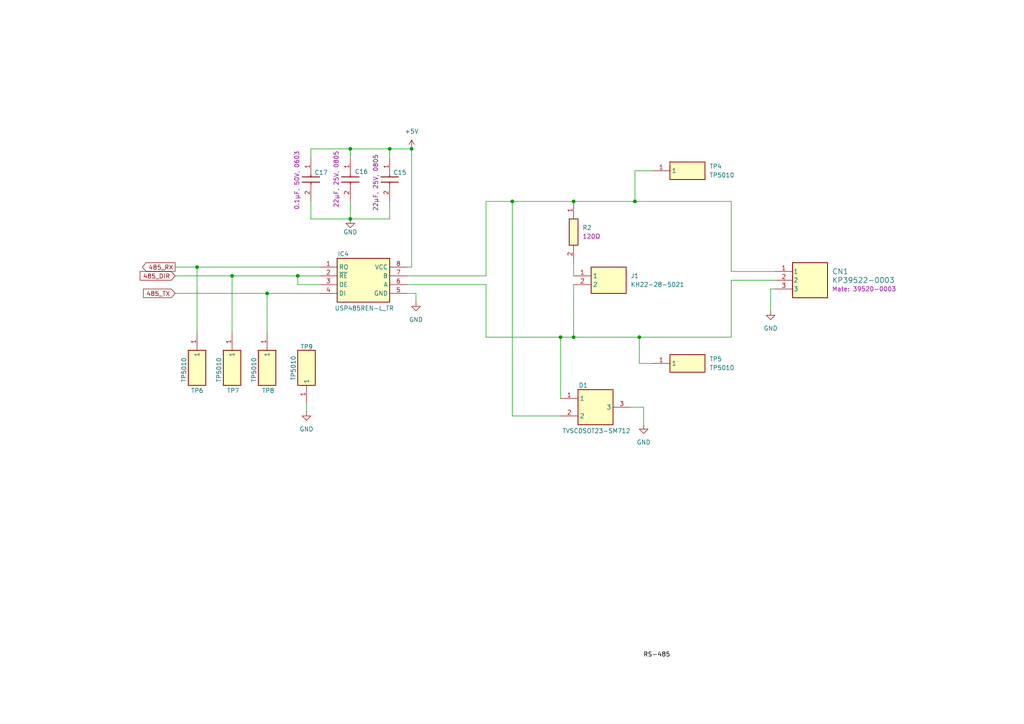
<source format=kicad_sch>
(kicad_sch (version 20250114) (generator "eeschema") (generator_version "9.0")
  (paper "A4")
  (lib_symbols
    (symbol "CC0805226025AABX5R_1" (pin_names (hide yes))
      (property "Reference" "C" (at 4.826 4.572 0))
      (property "Val" "22µF, 25V, 0805" (at 4.826 -4.318 0))
      (symbol "CC0805226025AABX5R_1_1_1"
        (polyline (pts (xy 5.08 0) (xy 5.588 0)) (stroke (width 0.254)))
        (polyline (pts (xy 5.588 2.54) (xy 5.588 -2.54)) (stroke (width 0.254)))
        (polyline (pts (xy 7.112 2.54) (xy 7.112 -2.54)) (stroke (width 0.254)))
        (polyline (pts (xy 7.112 0) (xy 7.62 0)) (stroke (width 0.254)))
        (pin passive line (at 0 0 0) (length 5.08) (name "1") (number "1"))
        (pin passive line (at 12.7 0 180) (length 5.08) (name "2") (number "2"))
      )
    )
    (symbol "COMPONENTS:CC0603104050AAAX7R" (pin_names (hide yes))
      (property "Reference" "C" (at 4.826 4.572 0))
      (property "Val" "0.1µF, 50V, 0603" (at 4.826 -4.318 0))
      (symbol "CC0603104050AAAX7R_1_1"
        (polyline (pts (xy 5.08 0) (xy 5.588 0)) (stroke (width 0.254)))
        (polyline (pts (xy 5.588 2.54) (xy 5.588 -2.54)) (stroke (width 0.254)))
        (polyline (pts (xy 7.112 2.54) (xy 7.112 -2.54)) (stroke (width 0.254)))
        (polyline (pts (xy 7.112 0) (xy 7.62 0)) (stroke (width 0.254)))
        (pin passive line (at 0 0 0) (length 5.08) (name "1") (number "1"))
        (pin passive line (at 12.7 0 180) (length 5.08) (name "2") (number "2"))
      )
    )
    (symbol "COMPONENTS:CC0805226025AABX5R" (pin_names (hide yes))
      (property "Reference" "C" (at 4.826 4.572 0))
      (property "Val" "22µF, 25V, 0805" (at 4.826 -4.318 0))
      (symbol "CC0805226025AABX5R_1_1"
        (polyline (pts (xy 5.08 0) (xy 5.588 0)) (stroke (width 0.254)))
        (polyline (pts (xy 5.588 2.54) (xy 5.588 -2.54)) (stroke (width 0.254)))
        (polyline (pts (xy 7.112 2.54) (xy 7.112 -2.54)) (stroke (width 0.254)))
        (polyline (pts (xy 7.112 0) (xy 7.62 0)) (stroke (width 0.254)))
        (pin passive line (at 0 0 0) (length 5.08) (name "1") (number "1"))
        (pin passive line (at 12.7 0 180) (length 5.08) (name "2") (number "2"))
      )
    )
    (symbol "COMPONENTS:RC0805121150AAB" (pin_names (hide yes))
      (property "Reference" "R" (at 5.08 3.048 0))
      (property "Val" "120Ω" (at 8.89 -2.54 0))
      (symbol "RC0805121150AAB_1_1"
        (rectangle (start 5.08 1.27) (end 12.7 -1.27) (stroke (width 0.254)) (fill (type background)))
        (pin passive line (at 0 0 0) (length 5.08) (name "1") (number "1"))
        (pin passive line (at 17.78 0 180) (length 5.08) (name "2") (number "2"))
      )
    )
    (symbol "COMPONENTS:TVSCDSOT23-SM712"
      (property "Reference" "D" (at 16.51 7.62 0))
      (property "Value" "TVSCDSOT23-SM712" (at 16.51 5.08 0))
      (symbol "TVSCDSOT23-SM712_1_1"
        (rectangle (start 5.08 2.54) (end 15.24 -7.62) (stroke (width 0.254)) (fill (type background)))
        (pin passive line (at 0 0 0) (length 5.08) (name "1") (number "1"))
        (pin passive line (at 0 -5.08 0) (length 5.08) (name "2") (number "2"))
        (pin passive line (at 20.32 -2.54 180) (length 5.08) (name "3") (number "3"))
      )
    )
    (symbol "COMPONENTS:USP485REN-L_TR"
      (property "Reference" "IC" (at 21.59 7.62 0))
      (property "Value" "USP485REN-L_TR" (at 21.59 5.08 0))
      (symbol "USP485REN-L_TR_1_1"
        (rectangle (start 5.08 2.54) (end 20.32 -10.16) (stroke (width 0.254)) (fill (type background)))
        (pin passive line (at 0 0 0) (length 5.08) (name "RO") (number "1"))
        (pin passive line (at 0 -2.54 0) (length 5.08) (name "~{RE}") (number "2"))
        (pin passive line (at 0 -5.08 0) (length 5.08) (name "DE") (number "3"))
        (pin passive line (at 0 -7.62 0) (length 5.08) (name "DI") (number "4"))
        (pin passive line (at 25.4 0 180) (length 5.08) (name "VCC") (number "8"))
        (pin passive line (at 25.4 -2.54 180) (length 5.08) (name "B") (number "7"))
        (pin passive line (at 25.4 -5.08 180) (length 5.08) (name "A") (number "6"))
        (pin passive line (at 25.4 -7.62 180) (length 5.08) (name "GND") (number "5"))
      )
    )
    (symbol "CONNECTORS:KH22-28-5021"
      (property "Reference" "J" (at 16.51 7.62 0))
      (property "Value" "KH22-28-5021" (at 16.51 5.08 0))
      (symbol "KH22-28-5021_1_1"
        (rectangle (start 5.08 2.54) (end 15.24 -5.08) (stroke (width 0.254)) (fill (type background)))
        (pin passive line (at 0 0 0) (length 5.08) (name "1") (number "1"))
        (pin passive line (at 0 -2.54 0) (length 5.08) (name "2") (number "2"))
      )
    )
    (symbol "CONNECTORS:KP39522-0003" (pin_names (offset 0.254))
      (property "Reference" "CN" (at 8.89 6.35 0))
      (property "Value" "KP39522-0003" (at 8.382 4.064 0))
      (property "Mate" "39520-0003" (at 0 0 0) (show_name))
      (symbol "KP39522-0003_1_1"
        (rectangle (start 5.08 2.54) (end 15.24 -7.62) (stroke (width 0.254)) (fill (type background)))
        (pin unspecified line (at 0 0 0) (length 5.08) (name "1") (number "1"))
        (pin unspecified line (at 0 -2.54 0) (length 5.08) (name "2") (number "2"))
        (pin unspecified line (at 0 -5.08 0) (length 5.08) (name "3") (number "3"))
      )
      (symbol "KP39522-0003_1_2"
        (polyline (pts (xy 5.08 2.54) (xy 5.08 -7.62)) (stroke (width 0.127)))
        (polyline (pts (xy 5.08 -7.62) (xy 12.7 -7.62)) (stroke (width 0.127)))
        (polyline (pts (xy 7.62 0) (xy 5.08 0)) (stroke (width 0.127)))
        (polyline (pts (xy 7.62 0) (xy 8.89 0.8467)) (stroke (width 0.127)))
        (polyline (pts (xy 7.62 0) (xy 8.89 -0.8467)) (stroke (width 0.127)))
        (polyline (pts (xy 7.62 -2.54) (xy 5.08 -2.54)) (stroke (width 0.127)))
        (polyline (pts (xy 7.62 -2.54) (xy 8.89 -1.6933)) (stroke (width 0.127)))
        (polyline (pts (xy 7.62 -2.54) (xy 8.89 -3.3867)) (stroke (width 0.127)))
        (polyline (pts (xy 7.62 -5.08) (xy 5.08 -5.08)) (stroke (width 0.127)))
        (polyline (pts (xy 7.62 -5.08) (xy 8.89 -4.2333)) (stroke (width 0.127)))
        (polyline (pts (xy 7.62 -5.08) (xy 8.89 -5.9267)) (stroke (width 0.127)))
        (polyline (pts (xy 12.7 2.54) (xy 5.08 2.54)) (stroke (width 0.127)))
        (polyline (pts (xy 12.7 -7.62) (xy 12.7 2.54)) (stroke (width 0.127)))
        (pin unspecified line (at 0 0 0) (length 5.08) (name "1") (number "1"))
        (pin unspecified line (at 0 -2.54 0) (length 5.08) (name "2") (number "2"))
        (pin unspecified line (at 0 -5.08 0) (length 5.08) (name "3") (number "3"))
      )
    )
    (symbol "CONNECTORS:TP5010"
      (property "Reference" "TP" (at 16.51 7.62 0))
      (property "Value" "TP5010" (at 16.51 5.08 0))
      (symbol "TP5010_1_1"
        (rectangle (start 5.08 2.54) (end 15.24 -2.54) (stroke (width 0.254)) (fill (type background)))
        (pin passive line (at 0 0 0) (length 5.08) (name "1") (number "1"))
      )
    )
    (symbol "power:+5V" (power) (pin_numbers (hide yes)) (pin_names (offset 0) (hide yes))
      (property "Value" "+5V" (at 0 3.556 0))
      (symbol "+5V_0_1"
        (polyline (pts (xy -0.762 1.27) (xy 0 2.54)))
        (polyline (pts (xy 0 2.54) (xy 0.762 1.27)))
        (polyline (pts (xy 0 0) (xy 0 2.54)))
      )
      (symbol "+5V_1_1"
        (pin power_in line (at 0 0 90) (length 0) (name "~") (number "1"))
      )
    )
    (symbol "power:GND" (power) (pin_numbers (hide yes)) (pin_names (offset 0) (hide yes))
      (property "Value" "GND" (at 0 -3.81 0))
      (symbol "GND_0_1"
        (polyline (pts (xy 0 0) (xy 0 -1.27) (xy 1.27 -1.27) (xy 0 -2.54) (xy -1.27 -1.27) (xy 0 -1.27)))
      )
      (symbol "GND_1_1"
        (pin power_in line (at 0 0 270) (length 0) (name "~") (number "1"))
      )
    )
  )
  (text "RS-485" (exclude_from_sim yes) (at 190.5 189.992 0) (effects (font (size 1.27 1.27))))
  (junction (at 67.31 80.01))
  (junction (at 57.15 77.47))
  (junction (at 184.15 58.42))
  (junction (at 119.38 43.18))
  (junction (at 162.56 97.79))
  (junction (at 185.42 97.79))
  (junction (at 166.37 97.79))
  (junction (at 86.36 80.01))
  (junction (at 148.59 58.42))
  (junction (at 101.6 43.18))
  (junction (at 101.6 63.5))
  (junction (at 113.03 43.18))
  (junction (at 77.47 85.09))
  (junction (at 166.37 58.42))
  (wire (pts (xy 184.15 49.53) (xy 184.15 58.42)))
  (wire (pts (xy 185.42 97.79) (xy 212.09 97.79)))
  (wire (pts (xy 148.59 58.42) (xy 166.37 58.42)))
  (wire (pts (xy 162.56 97.79) (xy 162.56 115.57)))
  (wire (pts (xy 90.17 43.18) (xy 101.6 43.18)))
  (wire (pts (xy 118.11 80.01) (xy 140.97 80.01)))
  (wire (pts (xy 140.97 97.79) (xy 162.56 97.79)))
  (wire (pts (xy 184.15 58.42) (xy 212.09 58.42)))
  (wire (pts (xy 162.56 97.79) (xy 166.37 97.79)))
  (wire (pts (xy 162.56 120.65) (xy 148.59 120.65)))
  (wire (pts (xy 166.37 97.79) (xy 185.42 97.79)))
  (wire (pts (xy 212.09 97.79) (xy 212.09 81.28)))
  (wire (pts (xy 57.15 77.47) (xy 92.71 77.47)))
  (wire (pts (xy 189.23 49.53) (xy 184.15 49.53)))
  (wire (pts (xy 186.69 118.11) (xy 186.69 123.19)))
  (wire (pts (xy 166.37 58.42) (xy 184.15 58.42)))
  (wire (pts (xy 212.09 58.42) (xy 212.09 78.74)))
  (wire (pts (xy 189.23 105.41) (xy 185.42 105.41)))
  (wire (pts (xy 223.52 90.17) (xy 223.52 83.82)))
  (wire (pts (xy 113.03 58.42) (xy 113.03 63.5)))
  (wire (pts (xy 166.37 76.2) (xy 166.37 80.01)))
  (wire (pts (xy 50.8 85.09) (xy 77.47 85.09)))
  (wire (pts (xy 90.17 45.72) (xy 90.17 43.18)))
  (wire (pts (xy 67.31 80.01) (xy 67.31 96.52)))
  (wire (pts (xy 119.38 43.18) (xy 119.38 77.47)))
  (wire (pts (xy 67.31 80.01) (xy 86.36 80.01)))
  (wire (pts (xy 113.03 63.5) (xy 101.6 63.5)))
  (wire (pts (xy 77.47 85.09) (xy 92.71 85.09)))
  (wire (pts (xy 212.09 81.28) (xy 224.79 81.28)))
  (wire (pts (xy 185.42 105.41) (xy 185.42 97.79)))
  (wire (pts (xy 119.38 77.47) (xy 118.11 77.47)))
  (wire (pts (xy 113.03 43.18) (xy 101.6 43.18)))
  (wire (pts (xy 118.11 85.09) (xy 120.65 85.09)))
  (wire (pts (xy 88.9 116.84) (xy 88.9 119.38)))
  (wire (pts (xy 92.71 82.55) (xy 86.36 82.55)))
  (wire (pts (xy 118.11 82.55) (xy 140.97 82.55)))
  (wire (pts (xy 182.88 118.11) (xy 186.69 118.11)))
  (wire (pts (xy 120.65 85.09) (xy 120.65 87.63)))
  (wire (pts (xy 148.59 120.65) (xy 148.59 58.42)))
  (wire (pts (xy 86.36 82.55) (xy 86.36 80.01)))
  (wire (pts (xy 140.97 82.55) (xy 140.97 97.79)))
  (wire (pts (xy 113.03 43.18) (xy 113.03 45.72)))
  (wire (pts (xy 119.38 43.18) (xy 113.03 43.18)))
  (wire (pts (xy 50.8 77.47) (xy 57.15 77.47)))
  (wire (pts (xy 50.8 80.01) (xy 67.31 80.01)))
  (wire (pts (xy 212.09 78.74) (xy 224.79 78.74)))
  (wire (pts (xy 90.17 58.42) (xy 90.17 63.5)))
  (wire (pts (xy 101.6 58.42) (xy 101.6 63.5)))
  (wire (pts (xy 101.6 43.18) (xy 101.6 45.72)))
  (wire (pts (xy 86.36 80.01) (xy 92.71 80.01)))
  (wire (pts (xy 223.52 83.82) (xy 224.79 83.82)))
  (wire (pts (xy 57.15 77.47) (xy 57.15 96.52)))
  (wire (pts (xy 140.97 80.01) (xy 140.97 58.42)))
  (wire (pts (xy 90.17 63.5) (xy 101.6 63.5)))
  (wire (pts (xy 140.97 58.42) (xy 148.59 58.42)))
  (wire (pts (xy 77.47 85.09) (xy 77.47 96.52)))
  (wire (pts (xy 166.37 97.79) (xy 166.37 82.55)))
  (global_label "485_DIR" (shape input) (at 50.8 80.01 180) (property "Intersheetrefs" "${INTERSHEET_REFS}" (effects (hide yes))))
  (global_label "485_TX" (shape input) (at 50.8 85.09 180) (property "Intersheetrefs" "${INTERSHEET_REFS}" (effects (hide yes))))
  (global_label "485_RX" (shape output) (at 50.8 77.47 180) (property "Intersheetrefs" "${INTERSHEET_REFS}" (effects (hide yes))))
  (symbol (lib_id "CONNECTORS:TP5010") (at 77.47 96.52 270) (unit 1)
    (property "Reference" "TP8" (at 75.946 113.284 90) (effects (justify left)))
    (property "Value" "TP5010" (at 73.66 103.632 0) (effects (justify left)))
    (property "Footprint" "CONNECTORS:5010" (effects (hide yes)))
    (property "Description" "Test Point, Through Hole" (effects (hide yes)))
    (property "Manufacturer 1" "Keystone" (effects (hide yes)))
    (property "Manufacturer 1 P/N" "5010" (effects (hide yes)))
    (property "Vendor 1a " "Mouser" (effects (hide yes)))
    (property "Vendor 1a P/N" "534-5010" (effects (hide yes)))
    (property "Vendor 1a Cost LV" "0.33" (effects (hide yes)))
    (property "Vendor 1a Cost HV" "0.188" (effects (hide yes)))
  )
  (symbol (lib_id "CONNECTORS:TP5010") (at 67.31 96.52 270) (unit 1)
    (property "Reference" "TP7" (at 65.786 113.284 90) (effects (justify left)))
    (property "Value" "TP5010" (at 63.5 103.632 0) (effects (justify left)))
    (property "Footprint" "CONNECTORS:5010" (effects (hide yes)))
    (property "Description" "Test Point, Through Hole" (effects (hide yes)))
    (property "Manufacturer 1" "Keystone" (effects (hide yes)))
    (property "Manufacturer 1 P/N" "5010" (effects (hide yes)))
    (property "Vendor 1a " "Mouser" (effects (hide yes)))
    (property "Vendor 1a P/N" "534-5010" (effects (hide yes)))
    (property "Vendor 1a Cost LV" "0.33" (effects (hide yes)))
    (property "Vendor 1a Cost HV" "0.188" (effects (hide yes)))
  )
  (symbol (lib_id "CONNECTORS:KP39522-0003") (at 224.79 78.74 0) (unit 1)
    (property "Reference" "CN1" (at 241.3 78.7399 0) (effects (font (size 1.524 1.524)) (justify left)))
    (property "Value" "KP39522-0003" (at 241.3 81.2799 0) (effects (font (size 1.524 1.524)) (justify left)))
    (property "Footprint" "CONNECTORS:39522-0003" (effects (hide yes)))
    (property "Description" "Connector, Pluggable, 3 Circuit, 1 Row, Right Angle, Through Hole, 5.0mm Pitch, 300V @ 15A, RoHS" (effects (hide yes)))
    (property "Manufacturer 1" "Molex" (effects (hide yes)))
    (property "Manufacturer 1 P/N" "39522-0003" (effects (hide yes)))
    (property "Vendor 1a" "Mouser" (effects (hide yes)))
    (property "Vendor 1a P/N" "538-39522-0003" (effects (hide yes)))
    (property "Vendor 1a Cost LV" "0.52" (effects (hide yes)))
    (property "Vendor 1a Cost HV" "0.471" (effects (hide yes)))
    (property "Mate" "39520-0003" (at 241.3 83.8199 0) (show_name yes) (effects (justify left)))
  )
  (symbol (lib_id "power:GND") (at 223.52 90.17 0) (unit 1)
    (property "Reference" "#PWR035" (effects (hide yes)))
    (property "Value" "GND" (at 223.52 95.25 0))
    (property "Description" "Power symbol creates a global label with name \"GND\" , ground" (effects (hide yes)))
  )
  (symbol (lib_id "power:GND") (at 120.65 87.63 0) (unit 1)
    (property "Reference" "#PWR017" (effects (hide yes)))
    (property "Value" "GND" (at 120.65 92.71 0))
    (property "Description" "Power symbol creates a global label with name \"GND\" , ground" (effects (hide yes)))
  )
  (symbol (lib_id "COMPONENTS:TVSCDSOT23-SM712") (at 162.56 115.57 0) (unit 1)
    (property "Reference" "D1" (at 169.164 111.76 0))
    (property "Value" "TVSCDSOT23-SM712" (at 172.974 124.968 0))
    (property "Footprint" "COMPONENTS:SOT-23-3" (effects (hide yes)))
    (property "Description" "TVS Diode, 30KV Dual Bi-Directional, 400W peak, 26V Clamping, -55°C to 150°C, RoHS" (effects (hide yes)))
    (property "Manufacturer 1" "Bourns" (effects (hide yes)))
    (property "Manufacturer 1 P/N" "CDSOT23-SM712" (effects (hide yes)))
    (property "Vendor 1a" "Mouser" (effects (hide yes)))
    (property "Vendor 1a P/N" "652-CDSOT23-SM712" (effects (hide yes)))
    (property "Vendor 1a Cost LV" "1.11" (effects (hide yes)))
    (property "Vendor 1a Cost HV" "0.343" (effects (hide yes)))
  )
  (symbol (lib_name "CC0805226025AABX5R_1") (lib_id "COMPONENTS:CC0805226025AABX5R") (at 101.6 45.72 270) (unit 1)
    (property "Reference" "C16" (at 102.87 49.784 90) (effects (justify left)))
    (property "Value" "CC0805226025AABX5R" (effects (hide yes)))
    (property "Footprint" "COMPONENTS:CAP-0805" (effects (hide yes)))
    (property "Description" "Capacitor, Chip, 0805, 22µF, 25V, 20%, X5R, -55°C to 85°C, RoHS" (effects (hide yes)))
    (property "Manufacturer 1" "Samsung" (effects (hide yes)))
    (property "Manufacturer 1 P/N" "CL21A226MAYNNNE" (effects (hide yes)))
    (property "Vendor 1a" "Mouser" (effects (hide yes)))
    (property "Vendor 1a P/N" "187-CL21A226MAYNNNE " (effects (hide yes)))
    (property "Vendor 1a Cost LV" "0.10" (effects (hide yes)))
    (property "Vendor 1a Cost HV" "0.043" (effects (hide yes)))
    (property "Val" "22µF, 25V, 0805" (at 97.536 43.688 0) (effects (justify left)))
  )
  (symbol (lib_id "CONNECTORS:TP5010") (at 189.23 105.41 0) (unit 1)
    (property "Reference" "TP5" (at 205.74 104.1399 0) (effects (justify left)))
    (property "Value" "TP5010" (at 205.74 106.6799 0) (effects (justify left)))
    (property "Footprint" "CONNECTORS:5010" (effects (hide yes)))
    (property "Description" "Test Point, Through Hole" (effects (hide yes)))
    (property "Manufacturer 1" "Keystone" (effects (hide yes)))
    (property "Manufacturer 1 P/N" "5010" (effects (hide yes)))
    (property "Vendor 1a " "Mouser" (effects (hide yes)))
    (property "Vendor 1a P/N" "534-5010" (effects (hide yes)))
    (property "Vendor 1a Cost LV" "0.33" (effects (hide yes)))
    (property "Vendor 1a Cost HV" "0.188" (effects (hide yes)))
  )
  (symbol (lib_id "power:GND") (at 88.9 119.38 0) (unit 1)
    (property "Reference" "#PWR036" (effects (hide yes)))
    (property "Value" "GND" (at 88.9 124.46 0))
    (property "Description" "Power symbol creates a global label with name \"GND\" , ground" (effects (hide yes)))
  )
  (symbol (lib_id "COMPONENTS:CC0603104050AAAX7R") (at 90.17 45.72 270) (unit 1)
    (property "Reference" "C17" (at 91.186 50.038 90) (effects (justify left)))
    (property "Value" "CC0603104050AAAX7R" (effects (hide yes)))
    (property "Footprint" "COMPONENTS:CAP-0603" (effects (hide yes)))
    (property "Description" "Capacitor, Chip, 0603, 10µF, 50V, 10%, X7R, -55°C to 125°C, RoHS" (effects (hide yes)))
    (property "Manufacturer 1" "Yageo" (effects (hide yes)))
    (property "Manufacturer 1 P/N" "CC0603KRX7R9BB104" (effects (hide yes)))
    (property "Vendor 1a" "Mouser" (effects (hide yes)))
    (property "Vendor 1a P/N" "603-CC603KRX7R9BB104" (effects (hide yes)))
    (property "Vendor 1a Cost LV" "0.10" (effects (hide yes)))
    (property "Vendor 1a Cost HV" "0.012" (effects (hide yes)))
    (property "Val" "0.1µF, 50V, 0603" (at 86.106 43.688 0) (effects (justify left)))
  )
  (symbol (lib_id "power:GND") (at 186.69 123.19 0) (unit 1)
    (property "Reference" "#PWR019" (effects (hide yes)))
    (property "Value" "GND" (at 186.69 128.27 0))
    (property "Description" "Power symbol creates a global label with name \"GND\" , ground" (effects (hide yes)))
  )
  (symbol (lib_id "CONNECTORS:TP5010") (at 57.15 96.52 270) (unit 1)
    (property "Reference" "TP6" (at 55.372 113.284 90) (effects (justify left)))
    (property "Value" "TP5010" (at 53.34 103.632 0) (effects (justify left)))
    (property "Footprint" "CONNECTORS:5010" (effects (hide yes)))
    (property "Description" "Test Point, Through Hole" (effects (hide yes)))
    (property "Manufacturer 1" "Keystone" (effects (hide yes)))
    (property "Manufacturer 1 P/N" "5010" (effects (hide yes)))
    (property "Vendor 1a " "Mouser" (effects (hide yes)))
    (property "Vendor 1a P/N" "534-5010" (effects (hide yes)))
    (property "Vendor 1a Cost LV" "0.33" (effects (hide yes)))
    (property "Vendor 1a Cost HV" "0.188" (effects (hide yes)))
  )
  (symbol (lib_id "power:+5V") (at 119.38 43.18 0) (unit 1)
    (property "Reference" "#PWR013" (effects (hide yes)))
    (property "Value" "+5V" (at 119.38 38.1 0))
    (property "Description" "Power symbol creates a global label with name \"+5V\"" (effects (hide yes)))
  )
  (symbol (lib_id "COMPONENTS:RC0805121150AAB") (at 166.37 58.42 270) (unit 1)
    (property "Reference" "R2" (at 168.91 66.0399 90) (effects (justify left)))
    (property "Value" "RC0805121150AAB" (effects (hide yes)))
    (property "Footprint" "COMPONENTS:RES-0805" (effects (hide yes)))
    (property "Description" "Resistor, Chip, 0805, 120Ω, 150V, 5%, -55°C to 155°C, RoHS, AEC-Q200" (effects (hide yes)))
    (property "Manufacturer 1" "Panasonic" (effects (hide yes)))
    (property "Manufacturer 1 P/N" "ERJ-6GEYJ121V" (effects (hide yes)))
    (property "Vendor 1a" "Mouser" (effects (hide yes)))
    (property "Vendor 1a P/N" "667-ERJ-6GEYJ121V" (effects (hide yes)))
    (property "Vendor 1a Cost LV" "0.10" (effects (hide yes)))
    (property "Vendor 1a Cost HV" "0.013" (effects (hide yes)))
    (property "Val" "120Ω" (at 168.91 68.5799 90) (effects (justify left)))
  )
  (symbol (lib_id "CONNECTORS:TP5010") (at 189.23 49.53 0) (unit 1)
    (property "Reference" "TP4" (at 205.74 48.2599 0) (effects (justify left)))
    (property "Value" "TP5010" (at 205.74 50.7999 0) (effects (justify left)))
    (property "Footprint" "CONNECTORS:5010" (effects (hide yes)))
    (property "Description" "Test Point, Through Hole" (effects (hide yes)))
    (property "Manufacturer 1" "Keystone" (effects (hide yes)))
    (property "Manufacturer 1 P/N" "5010" (effects (hide yes)))
    (property "Vendor 1a " "Mouser" (effects (hide yes)))
    (property "Vendor 1a P/N" "534-5010" (effects (hide yes)))
    (property "Vendor 1a Cost LV" "0.33" (effects (hide yes)))
    (property "Vendor 1a Cost HV" "0.188" (effects (hide yes)))
  )
  (symbol (lib_id "COMPONENTS:USP485REN-L_TR") (at 92.71 77.47 0) (unit 1)
    (property "Reference" "IC4" (at 99.568 73.66 0))
    (property "Value" "USP485REN-L_TR" (at 105.664 89.408 0))
    (property "Footprint" "COMPONENTS:SOIC-8" (effects (hide yes)))
    (property "Description" "Interface IC, RS422/RS485 Transceiver, 1 Driver, 1 Receiver, 4.75V to 5.25V Supply, -40°C to 85°C, RoHS" (effects (hide yes)))
    (property "Manufacturer 1" "MaxLinear" (effects (hide yes)))
    (property "Manufacturer 1 P/N" "SP485REN-L/TR" (effects (hide yes)))
    (property "Vendor 1a" "Mouser" (effects (hide yes)))
    (property "Vendor 1a P/N" "701-SP485REN-L/TR" (effects (hide yes)))
    (property "Vendor 1a Cost LV" "1.02" (effects (hide yes)))
    (property "Vendor 1a Cost HV" "0.484" (effects (hide yes)))
  )
  (symbol (lib_id "CONNECTORS:KH22-28-5021") (at 166.37 80.01 0) (unit 1)
    (property "Reference" "J1" (at 182.88 80.0099 0) (effects (justify left)))
    (property "Value" "KH22-28-5021" (at 182.88 82.5499 0) (effects (justify left)))
    (property "Footprint" "CONNECTORS:2x1HDR2.54mm" (effects (hide yes)))
    (property "Description" "Connector, Header, 2 Pin, 1 Row, Vertical, Through Hole, 2.54mm Pitch, 8.13mm Post Length, -40°C to 80°C, RoHS" (effects (hide yes)))
    (property "Manufacturer 1" "Molex" (effects (hide yes)))
    (property "Manufacturer 1 P/N" "22-28-5021" (effects (hide yes)))
    (property "Vendor 1a" "Mouser" (effects (hide yes)))
    (property "Vendor 1a P/N" "538-22-28-5021" (effects (hide yes)))
    (property "Vendor 1a Cost LV" "0.10" (effects (hide yes)))
    (property "Vendor 1a Cost HV" "0.071" (effects (hide yes)))
  )
  (symbol (lib_id "CONNECTORS:TP5010") (at 88.9 116.84 90) (unit 1)
    (property "Reference" "TP9" (at 87.122 100.584 90) (effects (justify right)))
    (property "Value" "TP5010" (at 85.09 103.124 0) (effects (justify right)))
    (property "Footprint" "CONNECTORS:5010" (effects (hide yes)))
    (property "Description" "Test Point, Through Hole" (effects (hide yes)))
    (property "Manufacturer 1" "Keystone" (effects (hide yes)))
    (property "Manufacturer 1 P/N" "5010" (effects (hide yes)))
    (property "Vendor 1a " "Mouser" (effects (hide yes)))
    (property "Vendor 1a P/N" "534-5010" (effects (hide yes)))
    (property "Vendor 1a Cost LV" "0.33" (effects (hide yes)))
    (property "Vendor 1a Cost HV" "0.188" (effects (hide yes)))
  )
  (symbol (lib_id "COMPONENTS:CC0805226025AABX5R") (at 113.03 45.72 270) (unit 1)
    (property "Reference" "C15" (at 114.046 50.038 90) (effects (justify left)))
    (property "Value" "CC0805226025AABX5R" (effects (hide yes)))
    (property "Footprint" "COMPONENTS:CAP-0805" (effects (hide yes)))
    (property "Description" "Capacitor, Chip, 0805, 22µF, 25V, 20%, X5R, -55°C to 85°C, RoHS" (effects (hide yes)))
    (property "Manufacturer 1" "Samsung" (effects (hide yes)))
    (property "Manufacturer 1 P/N" "CL21A226MAYNNNE" (effects (hide yes)))
    (property "Vendor 1a" "Mouser" (effects (hide yes)))
    (property "Vendor 1a P/N" "187-CL21A226MAYNNNE " (effects (hide yes)))
    (property "Vendor 1a Cost LV" "0.10" (effects (hide yes)))
    (property "Vendor 1a Cost HV" "0.043" (effects (hide yes)))
    (property "Val" "22µF, 25V, 0805" (at 108.966 44.704 0) (effects (justify left)))
  )
  (symbol (lib_id "power:GND") (at 101.6 63.5 0) (unit 1)
    (property "Reference" "#PWR018" (effects (hide yes)))
    (property "Value" "GND" (at 101.6 67.31 0))
    (property "Description" "Power symbol creates a global label with name \"GND\" , ground" (effects (hide yes)))
  )
)
</source>
